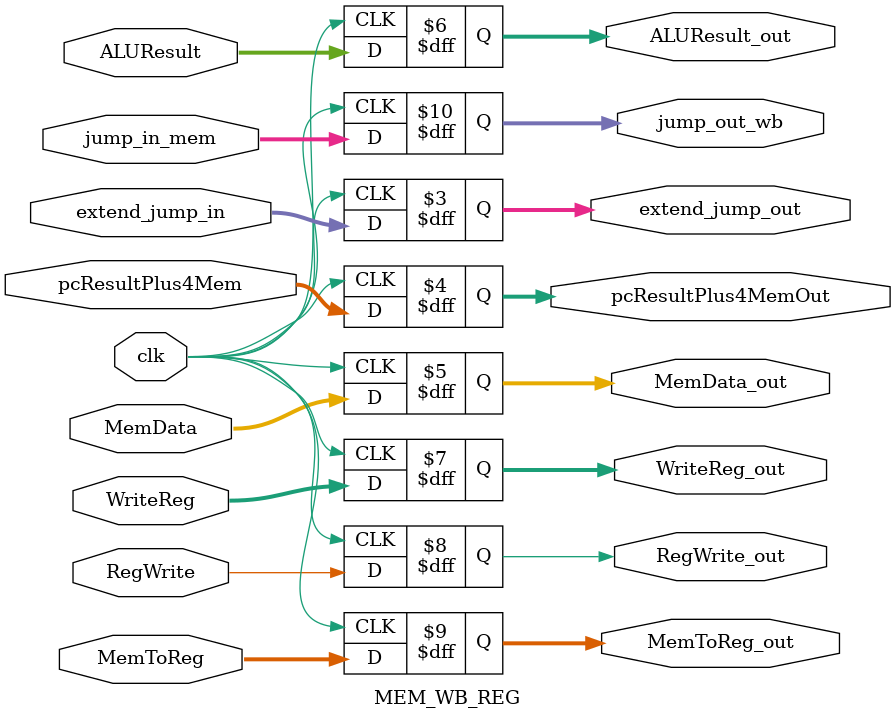
<source format=v>
`timescale 1ns / 1ps


module MEM_WB_REG(clk, RegWrite, MemToReg, MemData, ALUResult, WriteReg, RegWrite_out, 
                    MemToReg_out, MemData_out, ALUResult_out, WriteReg_out,pcResultPlus4Mem,pcResultPlus4MemOut,
                    jump_in_mem,jump_out_wb,extend_jump_in,extend_jump_out);

    input [31:0] MemData;
    input [31:0] ALUResult;
    input [4:0] WriteReg;
    input [2:0] MemToReg,jump_in_mem;
    input clk, RegWrite;
    input [31:0] pcResultPlus4Mem;
    input [27:0] extend_jump_in;
    output reg [27:0]extend_jump_out;
    output reg [31:0]pcResultPlus4MemOut;
    output reg [31:0] MemData_out;
    output reg [31:0] ALUResult_out;
    output reg [4:0] WriteReg_out;
    output reg RegWrite_out;
    output reg [2:0] MemToReg_out,jump_out_wb;
    
    initial begin
        RegWrite_out = 0;
        MemToReg_out = 0;
        MemData_out = 0;
        ALUResult_out = 0;
        WriteReg_out = 0;
        pcResultPlus4MemOut = 0;
        jump_out_wb = 0;
        extend_jump_out = 0;
    end  
    
    always @(posedge clk) begin
        MemData_out <= MemData;
        ALUResult_out <= ALUResult;
        WriteReg_out <= WriteReg;
        RegWrite_out <= RegWrite;
        MemToReg_out <= MemToReg;
        pcResultPlus4MemOut <= pcResultPlus4Mem; 
        jump_out_wb <= jump_in_mem;
        extend_jump_out <= extend_jump_in;
    end     
      
endmodule

</source>
